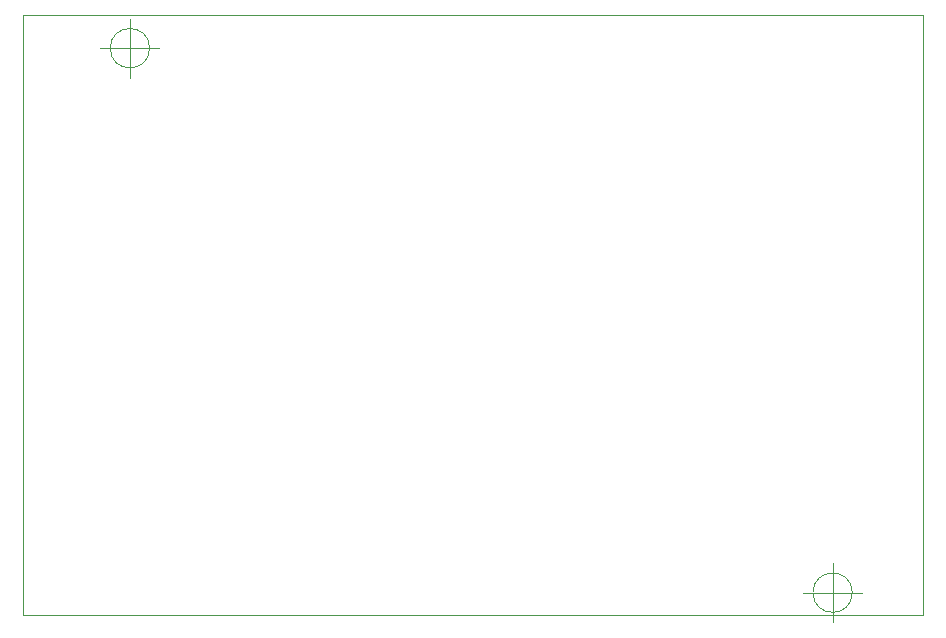
<source format=gm1>
G04 #@! TF.FileFunction,Profile,NP*
%FSLAX46Y46*%
G04 Gerber Fmt 4.6, Leading zero omitted, Abs format (unit mm)*
G04 Created by KiCad (PCBNEW 4.0.4+e1-6308~48~ubuntu16.04.1-stable) date Fri Oct  7 16:46:28 2016*
%MOMM*%
%LPD*%
G01*
G04 APERTURE LIST*
%ADD10C,0.150000*%
%ADD11C,0.100000*%
G04 APERTURE END LIST*
D10*
D11*
X61516666Y-39100000D02*
G75*
G03X61516666Y-39100000I-1666666J0D01*
G01*
X57350000Y-39100000D02*
X62350000Y-39100000D01*
X59850000Y-36600000D02*
X59850000Y-41600000D01*
X121016666Y-85200000D02*
G75*
G03X121016666Y-85200000I-1666666J0D01*
G01*
X116850000Y-85200000D02*
X121850000Y-85200000D01*
X119350000Y-82700000D02*
X119350000Y-87700000D01*
X127010000Y-36320000D02*
X50810000Y-36320000D01*
X127010000Y-87120000D02*
X127010000Y-36320000D01*
X50810000Y-87120000D02*
X127010000Y-87120000D01*
X50810000Y-36320000D02*
X50810000Y-87120000D01*
M02*

</source>
